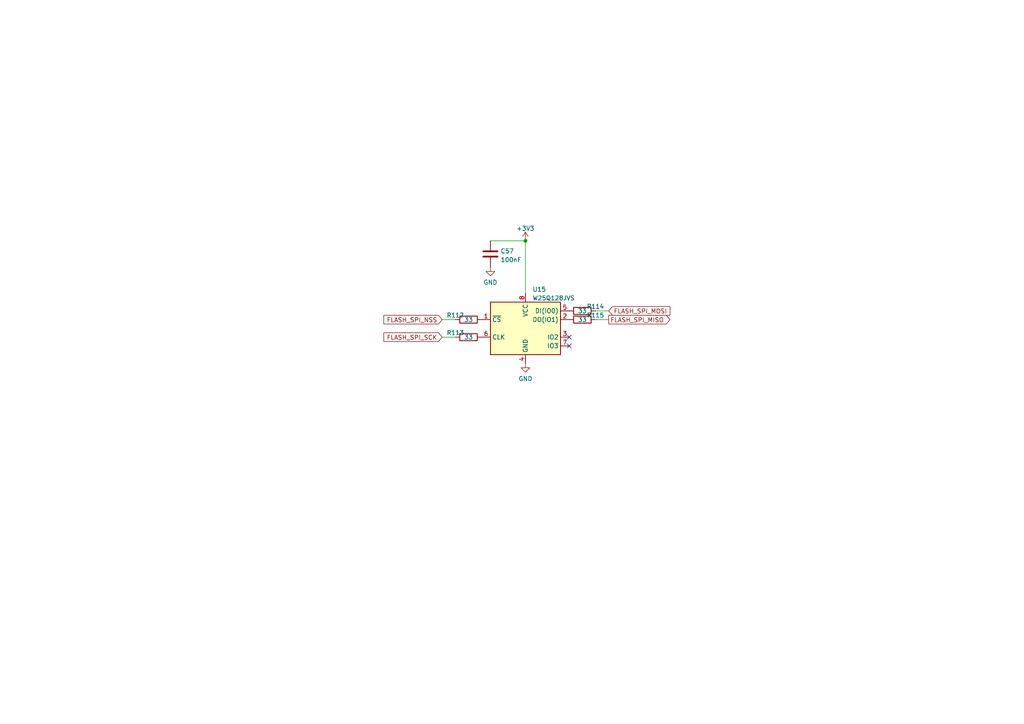
<source format=kicad_sch>
(kicad_sch (version 20211123) (generator eeschema)
  (paper "A4")
  (lib_symbols
    (symbol "Device:C" (pin_numbers hide) (pin_names (offset 0.254))
      (property "Reference" "C" (at 0.635 2.54 0))
      (property "Value" "C" (at 0.635 -2.54 0))
      (symbol "C_0_1"
        (polyline (pts (xy -2.032 -0.762) (xy 2.032 -0.762)) (stroke (width 0.508)))
        (polyline (pts (xy -2.032 0.762) (xy 2.032 0.762)) (stroke (width 0.508)))
      )
      (symbol "C_1_1"
        (pin passive line (at 0 3.81 270) (length 2.794) (name "~") (number "1"))
        (pin passive line (at 0 -3.81 90) (length 2.794) (name "~") (number "2"))
      )
    )
    (symbol "Device:R" (pin_numbers hide) (pin_names (offset 0))
      (property "Reference" "R" (at 2.032 0 90))
      (property "Value" "R" (at 0 0 90))
      (symbol "R_0_1"
        (rectangle (start -1.016 -2.54) (end 1.016 2.54) (stroke (width 0.254)))
      )
      (symbol "R_1_1"
        (pin passive line (at 0 3.81 270) (length 1.27) (name "~") (number "1"))
        (pin passive line (at 0 -3.81 90) (length 1.27) (name "~") (number "2"))
      )
    )
    (symbol "Memory_Flash:W25Q128JVS"
      (property "Reference" "U" (at -8.89 8.89 0))
      (property "Value" "W25Q128JVS" (at 7.62 8.89 0))
      (symbol "W25Q128JVS_0_1"
        (rectangle (start -10.16 7.62) (end 10.16 -7.62) (stroke (width 0.254)) (fill (type background)))
      )
      (symbol "W25Q128JVS_1_1"
        (pin input line (at -12.7 2.54 0) (length 2.54) (name "~{CS}") (number "1"))
        (pin bidirectional line (at 12.7 2.54 180) (length 2.54) (name "DO(IO1)") (number "2"))
        (pin bidirectional line (at 12.7 -2.54 180) (length 2.54) (name "IO2") (number "3"))
        (pin power_in line (at 0 -10.16 90) (length 2.54) (name "GND") (number "4"))
        (pin bidirectional line (at 12.7 5.08 180) (length 2.54) (name "DI(IO0)") (number "5"))
        (pin input line (at -12.7 -2.54 0) (length 2.54) (name "CLK") (number "6"))
        (pin bidirectional line (at 12.7 -5.08 180) (length 2.54) (name "IO3") (number "7"))
        (pin power_in line (at 0 10.16 270) (length 2.54) (name "VCC") (number "8"))
      )
    )
    (symbol "power:+3.3V" (power) (pin_names (offset 0))
      (property "Value" "+3.3V" (at 0 3.556 0))
      (symbol "+3.3V_0_1"
        (polyline (pts (xy -0.762 1.27) (xy 0 2.54)))
        (polyline (pts (xy 0 0) (xy 0 2.54)))
        (polyline (pts (xy 0 2.54) (xy 0.762 1.27)))
      )
      (symbol "+3.3V_1_1"
        (pin power_in line (at 0 0 90) (length 0) hide (name "+3V3") (number "1"))
      )
    )
    (symbol "power:GND" (power) (pin_names (offset 0))
      (property "Value" "GND" (at 0 -3.81 0))
      (symbol "GND_0_1"
        (polyline (pts (xy 0 0) (xy 0 -1.27) (xy 1.27 -1.27) (xy 0 -2.54) (xy -1.27 -1.27) (xy 0 -1.27)))
      )
      (symbol "GND_1_1"
        (pin power_in line (at 0 0 270) (length 0) hide (name "GND") (number "1"))
      )
    )
  )
  (junction (at 152.4 69.85))
  (no_connect (at 165.1 97.79))
  (no_connect (at 165.1 100.33))
  (wire (pts (xy 152.4 69.85) (xy 142.24 69.85)))
  (wire (pts (xy 128.27 92.71) (xy 132.08 92.71)))
  (wire (pts (xy 176.53 92.71) (xy 172.72 92.71)))
  (wire (pts (xy 128.27 97.79) (xy 132.08 97.79)))
  (wire (pts (xy 152.4 69.85) (xy 152.4 85.09)))
  (wire (pts (xy 176.53 90.17) (xy 172.72 90.17)))
  (global_label "FLASH_SPI_MISO" (shape output) (at 176.53 92.71 0) (property "Intersheet References" "${INTERSHEET_REFS}" (effects hide)))
  (global_label "FLASH_SPI_NSS" (shape input) (at 128.27 92.71 180) (property "Intersheet References" "${INTERSHEET_REFS}" (effects hide)))
  (global_label "FLASH_SPI_SCK" (shape input) (at 128.27 97.79 180) (property "Intersheet References" "${INTERSHEET_REFS}" (effects hide)))
  (global_label "FLASH_SPI_MOSI" (shape input) (at 176.53 90.17 0) (property "Intersheet References" "${INTERSHEET_REFS}" (effects hide)))
  (symbol (lib_id "Device:C") (at 142.24 73.66 0) (unit 1)
    (property "Reference" "C57" (at 145.161 72.8253 0) (effects (justify left)))
    (property "Value" "100nF" (at 145.161 75.3622 0) (effects (justify left)))
    (property "Footprint" "Capacitor_SMD:C_0603_1608Metric" (effects hide))
  )
  (symbol (lib_id "Device:R") (at 168.91 92.71 90) (unit 1)
    (property "Reference" "R115" (at 172.72 91.44 90))
    (property "Value" "33" (at 168.91 92.71 90))
    (property "Footprint" "Resistor_SMD:R_0603_1608Metric" (effects hide))
  )
  (symbol (lib_id "power:GND") (at 142.24 77.47 0) (unit 1)
    (property "Reference" "#PWR0142" (effects hide))
    (property "Value" "GND" (at 142.24 81.9134 0))
  )
  (symbol (lib_id "power:+3.3V") (at 152.4 69.85 0) (unit 1)
    (property "Reference" "#PWR0141" (effects hide))
    (property "Value" "+3.3V" (at 152.4 66.2742 0))
  )
  (symbol (lib_id "Device:R") (at 168.91 90.17 90) (unit 1)
    (property "Reference" "R114" (at 172.72 88.9 90))
    (property "Value" "33" (at 168.91 90.17 90))
    (property "Footprint" "Resistor_SMD:R_0603_1608Metric" (effects hide))
  )
  (symbol (lib_id "Device:R") (at 135.89 92.71 90) (unit 1)
    (property "Reference" "R112" (at 132.08 91.44 90))
    (property "Value" "33" (at 135.89 92.71 90))
    (property "Footprint" "Resistor_SMD:R_0603_1608Metric" (effects hide))
  )
  (symbol (lib_id "power:GND") (at 152.4 105.41 0) (unit 1)
    (property "Reference" "#PWR0158" (effects hide))
    (property "Value" "~" (at 152.4 109.8534 0))
  )
  (symbol (lib_id "Device:R") (at 135.89 97.79 90) (unit 1)
    (property "Reference" "R113" (at 132.08 96.52 90))
    (property "Value" "33" (at 135.89 97.79 90))
    (property "Footprint" "Resistor_SMD:R_0603_1608Metric" (effects hide))
  )
  (symbol (lib_id "Memory_Flash:W25Q128JVS") (at 152.4 95.25 0) (unit 1)
    (property "Reference" "U15" (at 154.4194 83.9302 0) (effects (justify left)))
    (property "Value" "W25Q128JVS" (at 154.4194 86.4671 0) (effects (justify left)))
    (property "Footprint" "Package_SO:SOIC-8_5.23x5.23mm_P1.27mm" (effects hide))
    (property "Datasheet" "http://www.winbond.com/resource-files/w25q128jv_dtr%20revc%2003272018%20plus.pdf" (effects hide))
  )
)
</source>
